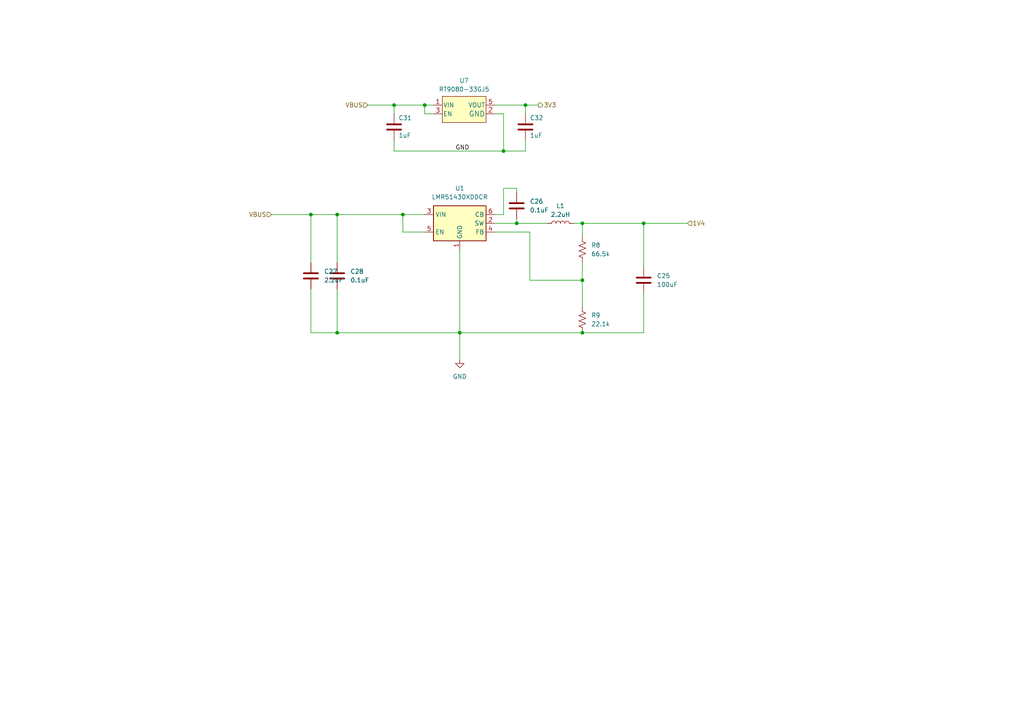
<source format=kicad_sch>
(kicad_sch (version 20231120) (generator "eeschema") (generator_version "8.0")
  (paper "A4")
  (lib_symbols
    (symbol "Device:C" (pin_numbers hide) (pin_names (offset 0.254))
      (property "Reference" "C" (at 0.635 2.54 0))
      (property "Value" "C" (at 0.635 -2.54 0))
      (symbol "C_0_1"
        (polyline (pts (xy -2.032 -0.762) (xy 2.032 -0.762)) (stroke (width 0.508)))
        (polyline (pts (xy -2.032 0.762) (xy 2.032 0.762)) (stroke (width 0.508)))
      )
      (symbol "C_1_1"
        (pin passive line (at 0 3.81 270) (length 2.794) (name "~") (number "1"))
        (pin passive line (at 0 -3.81 90) (length 2.794) (name "~") (number "2"))
      )
    )
    (symbol "Device:L" (pin_numbers hide) (pin_names (offset 1.016) hide)
      (property "Reference" "L" (at -1.27 0 90))
      (property "Value" "L" (at 1.905 0 90))
      (symbol "L_0_1"
        (arc (start 0 -2.54) (mid 0.6323 -1.905) (end 0 -1.27))
        (arc (start 0 -1.27) (mid 0.6323 -0.635) (end 0 0))
        (arc (start 0 0) (mid 0.6323 0.635) (end 0 1.27))
        (arc (start 0 1.27) (mid 0.6323 1.905) (end 0 2.54))
      )
      (symbol "L_1_1"
        (pin passive line (at 0 3.81 270) (length 1.27) (name "1") (number "1"))
        (pin passive line (at 0 -3.81 90) (length 1.27) (name "2") (number "2"))
      )
    )
    (symbol "Device:R_US" (pin_numbers hide) (pin_names (offset 0))
      (property "Reference" "R" (at 2.54 0 90))
      (property "Value" "R_US" (at -2.54 0 90))
      (symbol "R_US_0_1"
        (polyline (pts (xy 0 -2.286) (xy 0 -2.54)))
        (polyline (pts (xy 0 2.286) (xy 0 2.54)))
        (polyline (pts (xy 0 -0.762) (xy 1.016 -1.143) (xy 0 -1.524) (xy -1.016 -1.905) (xy 0 -2.286)))
        (polyline (pts (xy 0 0.762) (xy 1.016 0.381) (xy 0 0) (xy -1.016 -0.381) (xy 0 -0.762)))
        (polyline (pts (xy 0 2.286) (xy 1.016 1.905) (xy 0 1.524) (xy -1.016 1.143) (xy 0 0.762)))
      )
      (symbol "R_US_1_1"
        (pin passive line (at 0 3.81 270) (length 1.27) (name "~") (number "1"))
        (pin passive line (at 0 -3.81 90) (length 1.27) (name "~") (number "2"))
      )
    )
    (symbol "Regulator_Switching:LMR51430"
      (property "Reference" "U" (at -7.62 6.35 0))
      (property "Value" "LMR51430" (at 0 6.35 0))
      (symbol "LMR51430_0_1"
        (rectangle (start -7.62 5.08) (end 7.62 -5.08) (stroke (width 0.254)) (fill (type background)))
      )
      (symbol "LMR51430_1_1"
        (pin power_in line (at 0 -7.62 90) (length 2.54) (name "GND") (number "1"))
        (pin power_out line (at 10.16 0 180) (length 2.54) (name "SW") (number "2"))
        (pin power_in line (at -10.16 2.54 0) (length 2.54) (name "VIN") (number "3"))
        (pin input line (at 10.16 -2.54 180) (length 2.54) (name "FB") (number "4"))
        (pin input line (at -10.16 -2.54 0) (length 2.54) (name "EN") (number "5"))
        (pin passive line (at 10.16 2.54 180) (length 2.54) (name "CB") (number "6"))
      )
    )
    (symbol "bitaxe:RT9080-33GJ5" (pin_names (offset 0.254))
      (property "Reference" "U" (at -6.35 5.08 0))
      (property "Value" "RT9080-33GJ5" (at 0 -5.08 0))
      (symbol "RT9080-33GJ5_1_1"
        (rectangle (start -6.35 3.81) (end 6.35 -3.81) (stroke (width 0.1524)) (fill (type background)))
        (pin power_in line (at -8.89 1.27 0) (length 2.54) (name "VIN") (number "1"))
        (pin power_in line (at 8.89 -1.27 180) (length 2.54) (name "GND") (number "2"))
        (pin input line (at -8.89 -1.27 0) (length 2.54) (name "EN") (number "3"))
        (pin output line (at 8.89 1.27 180) (length 2.54) (name "VOUT") (number "5"))
      )
    )
    (symbol "power:GND" (power) (pin_numbers hide) (pin_names (offset 0) hide)
      (property "Value" "GND" (at 0 -3.81 0))
      (symbol "GND_0_1"
        (polyline (pts (xy 0 0) (xy 0 -1.27) (xy 1.27 -1.27) (xy 0 -2.54) (xy -1.27 -1.27) (xy 0 -1.27)))
      )
      (symbol "GND_1_1"
        (pin power_in line (at 0 0 270) (length 0) (name "~") (number "1"))
      )
    )
  )
  (junction (at 168.91 81.28))
  (junction (at 149.86 64.77))
  (junction (at 152.4 30.48))
  (junction (at 114.3 30.48))
  (junction (at 146.05 43.815))
  (junction (at 133.35 96.52))
  (junction (at 168.91 96.52))
  (junction (at 186.69 64.77))
  (junction (at 97.79 96.52))
  (junction (at 168.91 64.77))
  (junction (at 97.79 62.23))
  (junction (at 90.17 62.23))
  (junction (at 123.19 30.48))
  (junction (at 116.84 62.23))
  (wire (pts (xy 106.68 30.48) (xy 114.3 30.48)))
  (wire (pts (xy 97.79 83.82) (xy 97.79 96.52)))
  (wire (pts (xy 152.4 43.815) (xy 146.05 43.815)))
  (wire (pts (xy 133.35 96.52) (xy 133.35 104.14)))
  (wire (pts (xy 133.35 96.52) (xy 168.91 96.52)))
  (wire (pts (xy 186.69 77.47) (xy 186.69 64.77)))
  (wire (pts (xy 114.3 43.815) (xy 114.3 40.64)))
  (wire (pts (xy 143.51 33.02) (xy 146.05 33.02)))
  (wire (pts (xy 97.79 96.52) (xy 90.17 96.52)))
  (wire (pts (xy 153.67 81.28) (xy 168.91 81.28)))
  (wire (pts (xy 143.51 64.77) (xy 149.86 64.77)))
  (wire (pts (xy 123.19 67.31) (xy 116.84 67.31)))
  (wire (pts (xy 149.86 63.5) (xy 149.86 64.77)))
  (wire (pts (xy 143.51 30.48) (xy 152.4 30.48)))
  (wire (pts (xy 143.51 62.23) (xy 146.05 62.23)))
  (wire (pts (xy 90.17 62.23) (xy 90.17 76.2)))
  (wire (pts (xy 168.91 64.77) (xy 168.91 68.58)))
  (wire (pts (xy 114.3 30.48) (xy 123.19 30.48)))
  (wire (pts (xy 149.86 54.61) (xy 149.86 55.88)))
  (wire (pts (xy 123.19 33.02) (xy 123.19 30.48)))
  (wire (pts (xy 123.19 30.48) (xy 125.73 30.48)))
  (wire (pts (xy 97.79 62.23) (xy 116.84 62.23)))
  (wire (pts (xy 152.4 40.64) (xy 152.4 43.815)))
  (wire (pts (xy 114.3 30.48) (xy 114.3 33.02)))
  (wire (pts (xy 186.69 64.77) (xy 168.91 64.77)))
  (wire (pts (xy 146.05 43.815) (xy 114.3 43.815)))
  (wire (pts (xy 90.17 83.82) (xy 90.17 96.52)))
  (wire (pts (xy 125.73 33.02) (xy 123.19 33.02)))
  (wire (pts (xy 146.05 62.23) (xy 146.05 54.61)))
  (wire (pts (xy 146.05 33.02) (xy 146.05 43.815)))
  (wire (pts (xy 116.84 67.31) (xy 116.84 62.23)))
  (wire (pts (xy 133.35 96.52) (xy 97.79 96.52)))
  (wire (pts (xy 116.84 62.23) (xy 123.19 62.23)))
  (wire (pts (xy 90.17 62.23) (xy 97.79 62.23)))
  (wire (pts (xy 168.91 76.2) (xy 168.91 81.28)))
  (wire (pts (xy 152.4 30.48) (xy 152.4 33.02)))
  (wire (pts (xy 149.86 64.77) (xy 158.75 64.77)))
  (wire (pts (xy 168.91 81.28) (xy 168.91 88.9)))
  (wire (pts (xy 152.4 30.48) (xy 156.21 30.48)))
  (wire (pts (xy 133.35 72.39) (xy 133.35 96.52)))
  (wire (pts (xy 166.37 64.77) (xy 168.91 64.77)))
  (wire (pts (xy 97.79 62.23) (xy 97.79 76.2)))
  (wire (pts (xy 146.05 54.61) (xy 149.86 54.61)))
  (wire (pts (xy 78.74 62.23) (xy 90.17 62.23)))
  (wire (pts (xy 186.69 96.52) (xy 186.69 85.09)))
  (wire (pts (xy 186.69 64.77) (xy 199.39 64.77)))
  (wire (pts (xy 153.67 67.31) (xy 153.67 81.28)))
  (wire (pts (xy 168.91 96.52) (xy 186.69 96.52)))
  (wire (pts (xy 143.51 67.31) (xy 153.67 67.31)))
  (label "GND" (at 132.08 43.815 0))
  (hierarchical_label "1V4" (shape input) (at 199.39 64.77 0))
  (hierarchical_label "VBUS" (shape input) (at 78.74 62.23 180))
  (hierarchical_label "3V3" (shape output) (at 156.21 30.48 0))
  (hierarchical_label "VBUS" (shape input) (at 106.68 30.48 180))
  (symbol (lib_id "power:GND") (at 133.35 104.14 0) (unit 1)
    (property "Reference" "#PWR06" (effects (hide yes)))
    (property "Value" "GND" (at 133.35 109.22 0))
    (property "Description" "Power symbol creates a global label with name \"GND\" , ground" (effects (hide yes)))
  )
  (symbol (lib_id "Device:C") (at 97.79 80.01 0) (unit 1)
    (property "Reference" "C28" (at 101.6 78.7399 0) (effects (justify left)))
    (property "Value" "0.1uF" (at 101.6 81.2799 0) (effects (justify left)))
    (property "Footprint" "Capacitor_SMD:C_0603_1608Metric" (effects (hide yes)))
    (property "Description" "Unpolarized capacitor" (effects (hide yes)))
    (property "PARTNO" "GRM188R71H104KA93D" (effects (hide yes)))
    (property "DK" "490-1519-2-ND" (effects (hide yes)))
  )
  (symbol (lib_id "Device:R_US") (at 168.91 72.39 0) (unit 1)
    (property "Reference" "R8" (at 171.45 71.1199 0) (effects (justify left)))
    (property "Value" "66.5k" (at 171.45 73.6599 0) (effects (justify left)))
    (property "Footprint" "Resistor_SMD:R_0402_1005Metric" (effects (hide yes)))
    (property "Datasheet" "https://www.vishay.com/docs/20035/dcrcwe3.pdf" (effects (hide yes)))
    (property "Description" "Resistor, US symbol" (effects (hide yes)))
    (property "PARTNO" "CRCW040266K5FKED" (effects (hide yes)))
    (property "DK" "541-66.5KLTR-ND" (effects (hide yes)))
  )
  (symbol (lib_id "Device:C") (at 114.3 36.83 0) (unit 1)
    (property "Reference" "C31" (at 115.57 34.925 0) (effects (justify left bottom)))
    (property "Value" "1uF" (at 115.57 40.005 0) (effects (justify left bottom)))
    (property "Footprint" "Capacitor_SMD:C_0402_1005Metric" (effects (hide yes)))
    (property "DK" "587-5514-1-ND" (effects (hide yes)))
  )
  (symbol (lib_id "Device:C") (at 90.17 80.01 0) (unit 1)
    (property "Reference" "C27" (at 93.98 78.7399 0) (effects (justify left)))
    (property "Value" "2.2uF" (at 93.98 81.2799 0) (effects (justify left)))
    (property "Footprint" "Capacitor_SMD:C_0603_1608Metric" (effects (hide yes)))
    (property "Datasheet" "https://search.murata.co.jp/Ceramy/image/img/A01X/G101/ENG/GRM188R71A225KE15-01.pdf" (effects (hide yes)))
    (property "Description" "Unpolarized capacitor" (effects (hide yes)))
    (property "PARTNO" "GRM188R71A225KE15D" (effects (hide yes)))
    (property "DK" "490-4520-2-ND" (effects (hide yes)))
  )
  (symbol (lib_id "bitaxe:RT9080-33GJ5") (at 134.62 31.75 0) (unit 1)
    (property "Reference" "U7" (at 134.62 23.368 0))
    (property "Value" "RT9080-33GJ5" (at 134.62 25.908 0))
    (property "Footprint" "bitaxe:RT9080-33GJ5" (effects (hide yes)))
    (property "Datasheet" "https://www.richtek.com/assets/product_file/RT9080/DS9080-05.pdf" (effects (hide yes)))
    (property "DK" "1028-1509-1-ND" (effects (hide yes)))
    (property "PARTNO" "RT9080-33GJ5" (effects (hide yes)))
  )
  (symbol (lib_id "Regulator_Switching:LMR51430") (at 133.35 64.77 0) (unit 1)
    (property "Reference" "U1" (at 133.35 54.61 0))
    (property "Value" "LMR51430XDDCR" (at 133.35 57.15 0))
    (property "Footprint" "Package_TO_SOT_SMD:SOT-23-6" (effects (hide yes)))
    (property "Datasheet" "https://www.ti.com/lit/ds/symlink/lmr51430.pdf" (effects (hide yes)))
    (property "Description" "4.5-V to 36-V, 3-A synchronous buck converter with 40-µA IQ, SOT-23-6" (effects (hide yes)))
  )
  (symbol (lib_id "Device:R_US") (at 168.91 92.71 0) (unit 1)
    (property "Reference" "R9" (at 171.45 91.4399 0) (effects (justify left)))
    (property "Value" "22.1k" (at 171.45 93.9799 0) (effects (justify left)))
    (property "Footprint" "Resistor_SMD:R_0402_1005Metric" (effects (hide yes)))
    (property "Datasheet" "https://www.vishay.com/docs/20035/dcrcwe3.pdf" (effects (hide yes)))
    (property "Description" "Resistor, US symbol" (effects (hide yes)))
    (property "PARTNO" "CRCW040222K1FKED" (effects (hide yes)))
    (property "DK" "541-22.1KLTR-ND" (effects (hide yes)))
  )
  (symbol (lib_id "Device:C") (at 152.4 36.83 0) (unit 1)
    (property "Reference" "C32" (at 153.67 34.925 0) (effects (justify left bottom)))
    (property "Value" "1uF" (at 153.67 40.005 0) (effects (justify left bottom)))
    (property "Footprint" "Capacitor_SMD:C_0402_1005Metric" (effects (hide yes)))
    (property "DK" "587-5514-1-ND" (effects (hide yes)))
  )
  (symbol (lib_id "Device:L") (at 162.56 64.77 90) (unit 1)
    (property "Reference" "L1" (at 162.56 59.69 90))
    (property "Value" "2.2uH" (at 162.56 62.23 90))
    (property "Footprint" "bitaxe:IND_SPM6530_TDK" (effects (hide yes)))
    (property "Description" "Inductor" (effects (hide yes)))
    (property "PARTNO" "SPM6530T-2R2M" (effects (hide yes)))
    (property "DK" "445-4118-2-ND" (effects (hide yes)))
  )
  (symbol (lib_id "Device:C") (at 186.69 81.28 0) (unit 1)
    (property "Reference" "C25" (at 190.5 80.0099 0) (effects (justify left)))
    (property "Value" "100uF" (at 190.5 82.5499 0) (effects (justify left)))
    (property "Footprint" "Capacitor_SMD:C_1210_3225Metric" (effects (hide yes)))
    (property "Datasheet" "https://search.murata.co.jp/Ceramy/image/img/A01X/G101/ENG/GRM32EC80J107ME20-01.pdf" (effects (hide yes)))
    (property "Description" "Unpolarized capacitor" (effects (hide yes)))
    (property "PARTNO" "GRM32EC80J107ME20L" (effects (hide yes)))
    (property "DK" "490-6533-2-ND" (effects (hide yes)))
  )
  (symbol (lib_id "Device:C") (at 149.86 59.69 0) (unit 1)
    (property "Reference" "C26" (at 153.67 58.4199 0) (effects (justify left)))
    (property "Value" "0.1uF" (at 153.67 60.9599 0) (effects (justify left)))
    (property "Footprint" "Capacitor_SMD:C_0402_1005Metric" (effects (hide yes)))
    (property "Datasheet" "https://search.murata.co.jp/Ceramy/image/img/A01X/G101/ENG/GRM155R71C104KA88-01.pdf" (effects (hide yes)))
    (property "Description" "Unpolarized capacitor" (effects (hide yes)))
    (property "PARTNO" "  GRM155R71C104KA88D" (effects (hide yes)))
    (property "DK" "490-3261-2-ND" (effects (hide yes)))
  )
)
</source>
